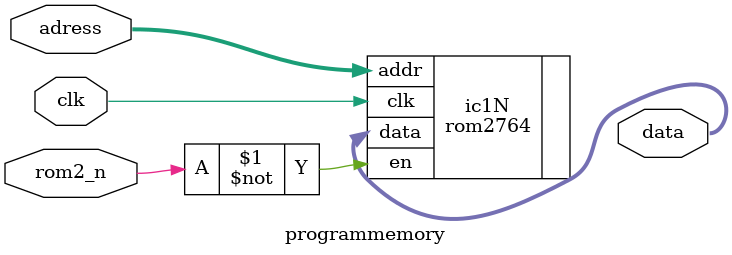
<source format=v>
module programmemory
(
   input clk,
   input [12:0] adress,
   input rom2_n,
   output [7:0] data
);

   rom2764 #(.INIT_FILE("136022-305.1n.rom")) ic1N
   (
      .clk(clk), 
      .en(~rom2_n),
      .addr(adress),
      .data(data)      
   );

endmodule
</source>
